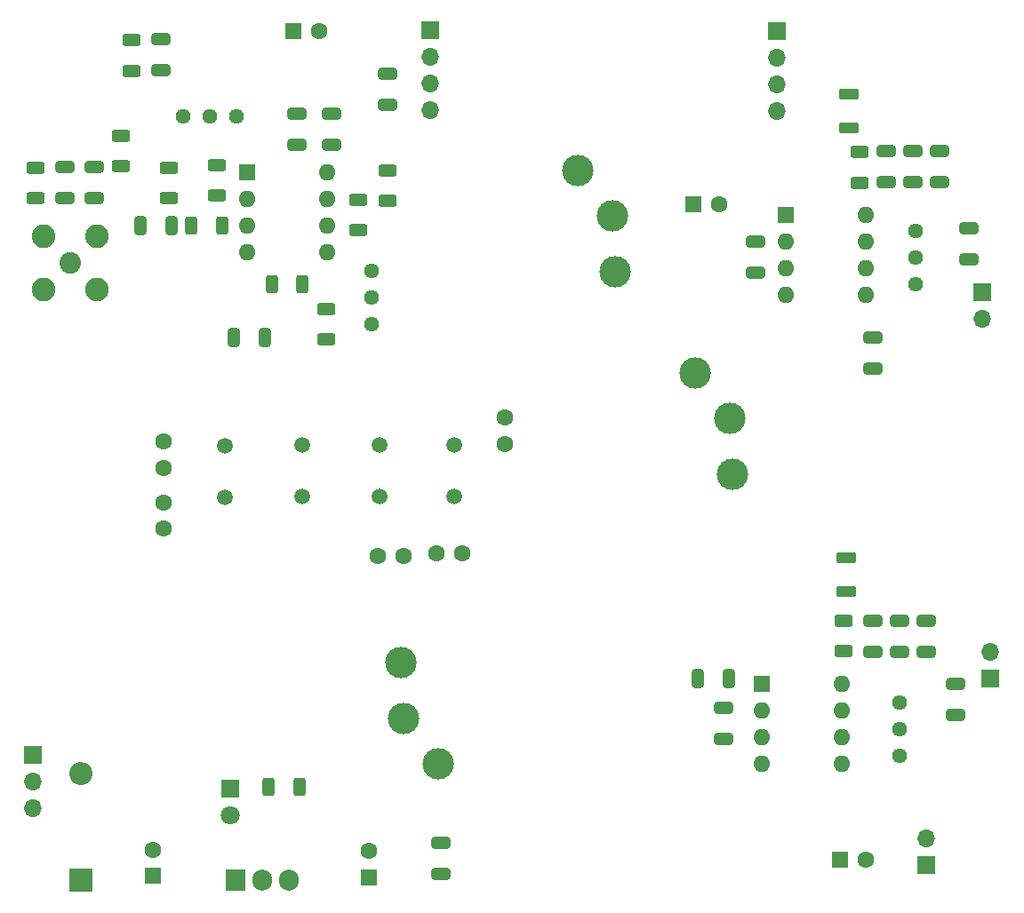
<source format=gbr>
%TF.GenerationSoftware,KiCad,Pcbnew,(6.0.7)*%
%TF.CreationDate,2022-09-22T17:07:58-04:00*%
%TF.ProjectId,Receiver_POC,52656365-6976-4657-925f-504f432e6b69,rev?*%
%TF.SameCoordinates,Original*%
%TF.FileFunction,Soldermask,Top*%
%TF.FilePolarity,Negative*%
%FSLAX46Y46*%
G04 Gerber Fmt 4.6, Leading zero omitted, Abs format (unit mm)*
G04 Created by KiCad (PCBNEW (6.0.7)) date 2022-09-22 17:07:58*
%MOMM*%
%LPD*%
G01*
G04 APERTURE LIST*
G04 Aperture macros list*
%AMRoundRect*
0 Rectangle with rounded corners*
0 $1 Rounding radius*
0 $2 $3 $4 $5 $6 $7 $8 $9 X,Y pos of 4 corners*
0 Add a 4 corners polygon primitive as box body*
4,1,4,$2,$3,$4,$5,$6,$7,$8,$9,$2,$3,0*
0 Add four circle primitives for the rounded corners*
1,1,$1+$1,$2,$3*
1,1,$1+$1,$4,$5*
1,1,$1+$1,$6,$7*
1,1,$1+$1,$8,$9*
0 Add four rect primitives between the rounded corners*
20,1,$1+$1,$2,$3,$4,$5,0*
20,1,$1+$1,$4,$5,$6,$7,0*
20,1,$1+$1,$6,$7,$8,$9,0*
20,1,$1+$1,$8,$9,$2,$3,0*%
G04 Aperture macros list end*
%ADD10RoundRect,0.250000X0.650000X-0.325000X0.650000X0.325000X-0.650000X0.325000X-0.650000X-0.325000X0*%
%ADD11C,3.000000*%
%ADD12R,1.700000X1.700000*%
%ADD13O,1.700000X1.700000*%
%ADD14C,1.440000*%
%ADD15RoundRect,0.250000X-0.650000X0.325000X-0.650000X-0.325000X0.650000X-0.325000X0.650000X0.325000X0*%
%ADD16R,1.600000X1.600000*%
%ADD17C,1.600000*%
%ADD18RoundRect,0.250000X0.625000X-0.312500X0.625000X0.312500X-0.625000X0.312500X-0.625000X-0.312500X0*%
%ADD19RoundRect,0.250000X-0.312500X-0.625000X0.312500X-0.625000X0.312500X0.625000X-0.312500X0.625000X0*%
%ADD20RoundRect,0.250000X-0.625000X0.312500X-0.625000X-0.312500X0.625000X-0.312500X0.625000X0.312500X0*%
%ADD21C,1.500000*%
%ADD22O,1.600000X1.600000*%
%ADD23R,2.200000X2.200000*%
%ADD24O,2.200000X2.200000*%
%ADD25C,2.050000*%
%ADD26C,2.250000*%
%ADD27RoundRect,0.250000X-0.325000X-0.650000X0.325000X-0.650000X0.325000X0.650000X-0.325000X0.650000X0*%
%ADD28R,1.800000X1.800000*%
%ADD29C,1.800000*%
%ADD30RoundRect,0.250000X-0.700000X0.275000X-0.700000X-0.275000X0.700000X-0.275000X0.700000X0.275000X0*%
%ADD31RoundRect,0.250000X0.325000X0.650000X-0.325000X0.650000X-0.325000X-0.650000X0.325000X-0.650000X0*%
%ADD32R,1.905000X2.000000*%
%ADD33O,1.905000X2.000000*%
G04 APERTURE END LIST*
D10*
%TO.C,C31*%
X62484000Y-38305000D03*
X62484000Y-35355000D03*
%TD*%
D11*
%TO.C,TR2*%
X91708000Y-63881000D03*
X95010000Y-68199000D03*
X95264000Y-73533000D03*
%TD*%
%TO.C,TR3*%
X67310000Y-101092000D03*
X64008000Y-96774000D03*
X63754000Y-91440000D03*
%TD*%
%TO.C,TR1*%
X80532000Y-44577000D03*
X83834000Y-48895000D03*
X84088000Y-54229000D03*
%TD*%
D12*
%TO.C,U4*%
X99568000Y-31242000D03*
D13*
X99568000Y-33782000D03*
X99568000Y-36322000D03*
X99568000Y-38862000D03*
X66548000Y-38816000D03*
X66548000Y-36276000D03*
X66548000Y-33736000D03*
D12*
X66548000Y-31196000D03*
%TD*%
D14*
%TO.C,RV2*%
X111252000Y-95250000D03*
X111252000Y-97790000D03*
X111252000Y-100330000D03*
%TD*%
D10*
%TO.C,C5*%
X112522000Y-45671000D03*
X112522000Y-42721000D03*
%TD*%
D15*
%TO.C,C4*%
X108712000Y-60501000D03*
X108712000Y-63451000D03*
%TD*%
D10*
%TO.C,C6*%
X115062000Y-45622000D03*
X115062000Y-42672000D03*
%TD*%
D16*
%TO.C,C28*%
X40132000Y-111779351D03*
D17*
X40132000Y-109279351D03*
%TD*%
D18*
%TO.C,R7*%
X38100000Y-35052000D03*
X38100000Y-32127000D03*
%TD*%
D12*
%TO.C,J1*%
X119126000Y-56134000D03*
D13*
X119126000Y-58674000D03*
%TD*%
D19*
%TO.C,R6*%
X43749500Y-49784000D03*
X46674500Y-49784000D03*
%TD*%
D15*
%TO.C,C22*%
X34544000Y-44196000D03*
X34544000Y-47146000D03*
%TD*%
D10*
%TO.C,C30*%
X67564000Y-111593651D03*
X67564000Y-108643651D03*
%TD*%
D20*
%TO.C,R11*%
X59690000Y-47305500D03*
X59690000Y-50230500D03*
%TD*%
D10*
%TO.C,C7*%
X117856000Y-53037000D03*
X117856000Y-50087000D03*
%TD*%
D21*
%TO.C,Y3*%
X54356000Y-75602000D03*
X54356000Y-70722000D03*
%TD*%
D15*
%TO.C,C20*%
X31750000Y-44245000D03*
X31750000Y-47195000D03*
%TD*%
D20*
%TO.C,R3*%
X37084000Y-41209500D03*
X37084000Y-44134500D03*
%TD*%
D12*
%TO.C,J5*%
X28702000Y-100212651D03*
D13*
X28702000Y-102752651D03*
X28702000Y-105292651D03*
%TD*%
D16*
%TO.C,U1*%
X100340000Y-48778000D03*
D22*
X100340000Y-51318000D03*
X100340000Y-53858000D03*
X100340000Y-56398000D03*
X107960000Y-56398000D03*
X107960000Y-53858000D03*
X107960000Y-51318000D03*
X107960000Y-48778000D03*
%TD*%
D17*
%TO.C,C10*%
X61488000Y-81280000D03*
X63988000Y-81280000D03*
%TD*%
D10*
%TO.C,C17*%
X111252000Y-90424000D03*
X111252000Y-87474000D03*
%TD*%
D21*
%TO.C,Y1*%
X68834000Y-75582000D03*
X68834000Y-70702000D03*
%TD*%
D16*
%TO.C,C26*%
X53457300Y-31242000D03*
D17*
X55957300Y-31242000D03*
%TD*%
%TO.C,C11*%
X41148000Y-70398000D03*
X41148000Y-72898000D03*
%TD*%
D16*
%TO.C,C16*%
X105527300Y-110236000D03*
D17*
X108027300Y-110236000D03*
%TD*%
D23*
%TO.C,D2*%
X33274000Y-112150651D03*
D24*
X33274000Y-101990651D03*
%TD*%
D20*
%TO.C,R2*%
X105918000Y-87437500D03*
X105918000Y-90362500D03*
%TD*%
D18*
%TO.C,R5*%
X41656000Y-47182500D03*
X41656000Y-44257500D03*
%TD*%
D10*
%TO.C,C27*%
X57150000Y-42115000D03*
X57150000Y-39165000D03*
%TD*%
D18*
%TO.C,R12*%
X62484000Y-47436500D03*
X62484000Y-44511500D03*
%TD*%
D25*
%TO.C,J4*%
X32258000Y-53340000D03*
D26*
X29718000Y-55880000D03*
X34798000Y-55880000D03*
X29718000Y-50800000D03*
X34798000Y-50800000D03*
%TD*%
D19*
%TO.C,R9*%
X51431000Y-55372000D03*
X54356000Y-55372000D03*
%TD*%
D20*
%TO.C,R4*%
X28956000Y-44257500D03*
X28956000Y-47182500D03*
%TD*%
D27*
%TO.C,C21*%
X38911000Y-49784000D03*
X41861000Y-49784000D03*
%TD*%
D17*
%TO.C,C12*%
X41148000Y-76200000D03*
X41148000Y-78700000D03*
%TD*%
D16*
%TO.C,U3*%
X49032000Y-44714000D03*
D22*
X49032000Y-47254000D03*
X49032000Y-49794000D03*
X49032000Y-52334000D03*
X56652000Y-52334000D03*
X56652000Y-49794000D03*
X56652000Y-47254000D03*
X56652000Y-44714000D03*
%TD*%
D20*
%TO.C,R1*%
X107442000Y-42795000D03*
X107442000Y-45720000D03*
%TD*%
D16*
%TO.C,U2*%
X98054000Y-93482000D03*
D22*
X98054000Y-96022000D03*
X98054000Y-98562000D03*
X98054000Y-101102000D03*
X105674000Y-101102000D03*
X105674000Y-98562000D03*
X105674000Y-96022000D03*
X105674000Y-93482000D03*
%TD*%
D10*
%TO.C,C25*%
X53848000Y-42115000D03*
X53848000Y-39165000D03*
%TD*%
D20*
%TO.C,R10*%
X56642000Y-57719500D03*
X56642000Y-60644500D03*
%TD*%
D19*
%TO.C,R13*%
X51115500Y-103260651D03*
X54040500Y-103260651D03*
%TD*%
D28*
%TO.C,D1*%
X47498000Y-103509651D03*
D29*
X47498000Y-106049651D03*
%TD*%
D14*
%TO.C,RV1*%
X112776000Y-50282000D03*
X112776000Y-52822000D03*
X112776000Y-55362000D03*
%TD*%
D21*
%TO.C,Y4*%
X46990000Y-70792000D03*
X46990000Y-75672000D03*
%TD*%
D30*
%TO.C,L2*%
X106172000Y-81483000D03*
X106172000Y-84633000D03*
%TD*%
D10*
%TO.C,C3*%
X109982000Y-45671000D03*
X109982000Y-42721000D03*
%TD*%
D18*
%TO.C,R8*%
X46228000Y-46928500D03*
X46228000Y-44003500D03*
%TD*%
D16*
%TO.C,C1*%
X91557300Y-47752000D03*
D17*
X94057300Y-47752000D03*
%TD*%
D15*
%TO.C,C23*%
X40894000Y-32053000D03*
X40894000Y-35003000D03*
%TD*%
D16*
%TO.C,C29*%
X60706000Y-111896651D03*
D17*
X60706000Y-109396651D03*
%TD*%
D15*
%TO.C,C19*%
X116586000Y-93521000D03*
X116586000Y-96471000D03*
%TD*%
D21*
%TO.C,Y2*%
X61722000Y-70702000D03*
X61722000Y-75582000D03*
%TD*%
D15*
%TO.C,C2*%
X97536000Y-51357000D03*
X97536000Y-54307000D03*
%TD*%
D31*
%TO.C,C24*%
X50751000Y-60452000D03*
X47801000Y-60452000D03*
%TD*%
D14*
%TO.C,RV3*%
X48016000Y-39370000D03*
X45476000Y-39370000D03*
X42936000Y-39370000D03*
%TD*%
D10*
%TO.C,C15*%
X108712000Y-90424000D03*
X108712000Y-87474000D03*
%TD*%
D15*
%TO.C,C14*%
X94488000Y-95807000D03*
X94488000Y-98757000D03*
%TD*%
D12*
%TO.C,J3*%
X119888000Y-92964000D03*
D13*
X119888000Y-90424000D03*
%TD*%
D30*
%TO.C,L1*%
X106426000Y-37287000D03*
X106426000Y-40437000D03*
%TD*%
D32*
%TO.C,U5*%
X48006000Y-112150651D03*
D33*
X50546000Y-112150651D03*
X53086000Y-112150651D03*
%TD*%
D12*
%TO.C,J2*%
X113792000Y-110749000D03*
D13*
X113792000Y-108209000D03*
%TD*%
D10*
%TO.C,C18*%
X113792000Y-90424000D03*
X113792000Y-87474000D03*
%TD*%
D17*
%TO.C,C8*%
X73660000Y-68092000D03*
X73660000Y-70592000D03*
%TD*%
D14*
%TO.C,RV4*%
X60960000Y-54102000D03*
X60960000Y-56642000D03*
X60960000Y-59182000D03*
%TD*%
D27*
%TO.C,C13*%
X91997000Y-92964000D03*
X94947000Y-92964000D03*
%TD*%
D17*
%TO.C,C9*%
X67076000Y-81026000D03*
X69576000Y-81026000D03*
%TD*%
M02*

</source>
